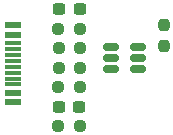
<source format=gtp>
%TF.GenerationSoftware,KiCad,Pcbnew,6.0.9+dfsg-1*%
%TF.CreationDate,2022-12-26T23:17:40+00:00*%
%TF.ProjectId,PMOD-USB-Device,504d4f44-2d55-4534-922d-446576696365,1*%
%TF.SameCoordinates,Original*%
%TF.FileFunction,Paste,Top*%
%TF.FilePolarity,Positive*%
%FSLAX46Y46*%
G04 Gerber Fmt 4.6, Leading zero omitted, Abs format (unit mm)*
G04 Created by KiCad (PCBNEW 6.0.9+dfsg-1) date 2022-12-26 23:17:40*
%MOMM*%
%LPD*%
G01*
G04 APERTURE LIST*
G04 Aperture macros list*
%AMRoundRect*
0 Rectangle with rounded corners*
0 $1 Rounding radius*
0 $2 $3 $4 $5 $6 $7 $8 $9 X,Y pos of 4 corners*
0 Add a 4 corners polygon primitive as box body*
4,1,4,$2,$3,$4,$5,$6,$7,$8,$9,$2,$3,0*
0 Add four circle primitives for the rounded corners*
1,1,$1+$1,$2,$3*
1,1,$1+$1,$4,$5*
1,1,$1+$1,$6,$7*
1,1,$1+$1,$8,$9*
0 Add four rect primitives between the rounded corners*
20,1,$1+$1,$2,$3,$4,$5,0*
20,1,$1+$1,$4,$5,$6,$7,0*
20,1,$1+$1,$6,$7,$8,$9,0*
20,1,$1+$1,$8,$9,$2,$3,0*%
G04 Aperture macros list end*
%ADD10RoundRect,0.237500X-0.250000X-0.237500X0.250000X-0.237500X0.250000X0.237500X-0.250000X0.237500X0*%
%ADD11RoundRect,0.150000X-0.512500X-0.150000X0.512500X-0.150000X0.512500X0.150000X-0.512500X0.150000X0*%
%ADD12R,1.450000X0.600000*%
%ADD13R,1.450000X0.300000*%
%ADD14RoundRect,0.237500X0.237500X-0.250000X0.237500X0.250000X-0.237500X0.250000X-0.237500X-0.250000X0*%
%ADD15RoundRect,0.237500X-0.300000X-0.237500X0.300000X-0.237500X0.300000X0.237500X-0.300000X0.237500X0*%
G04 APERTURE END LIST*
D10*
%TO.C,R1*%
X88360600Y-99085400D03*
X90185600Y-99085400D03*
%TD*%
D11*
%TO.C,U1*%
X92835500Y-92369600D03*
X92835500Y-93319600D03*
X92835500Y-94269600D03*
X95110500Y-94269600D03*
X95110500Y-93319600D03*
X95110500Y-92369600D03*
%TD*%
D10*
%TO.C,R5*%
X88366600Y-94132400D03*
X90191600Y-94132400D03*
%TD*%
%TO.C,R3*%
X88360600Y-95783400D03*
X90185600Y-95783400D03*
%TD*%
D12*
%TO.C,J1*%
X84485000Y-90552200D03*
X84485000Y-91352200D03*
D13*
X84485000Y-92552200D03*
X84485000Y-93552200D03*
X84485000Y-94052200D03*
X84485000Y-95052200D03*
D12*
X84485000Y-96252200D03*
X84485000Y-97052200D03*
X84485000Y-97052200D03*
X84485000Y-96252200D03*
D13*
X84485000Y-95552200D03*
X84485000Y-94552200D03*
X84485000Y-93052200D03*
X84485000Y-92052200D03*
D12*
X84485000Y-91352200D03*
X84485000Y-90552200D03*
%TD*%
D10*
%TO.C,R4*%
X88366600Y-92481400D03*
X90191600Y-92481400D03*
%TD*%
D14*
%TO.C,R6*%
X97275000Y-92327100D03*
X97275000Y-90502100D03*
%TD*%
D10*
%TO.C,R2*%
X88360600Y-90830400D03*
X90185600Y-90830400D03*
%TD*%
D15*
%TO.C,C1*%
X88410600Y-97434400D03*
X90135600Y-97434400D03*
%TD*%
%TO.C,C2*%
X88418500Y-89154000D03*
X90143500Y-89154000D03*
%TD*%
M02*

</source>
